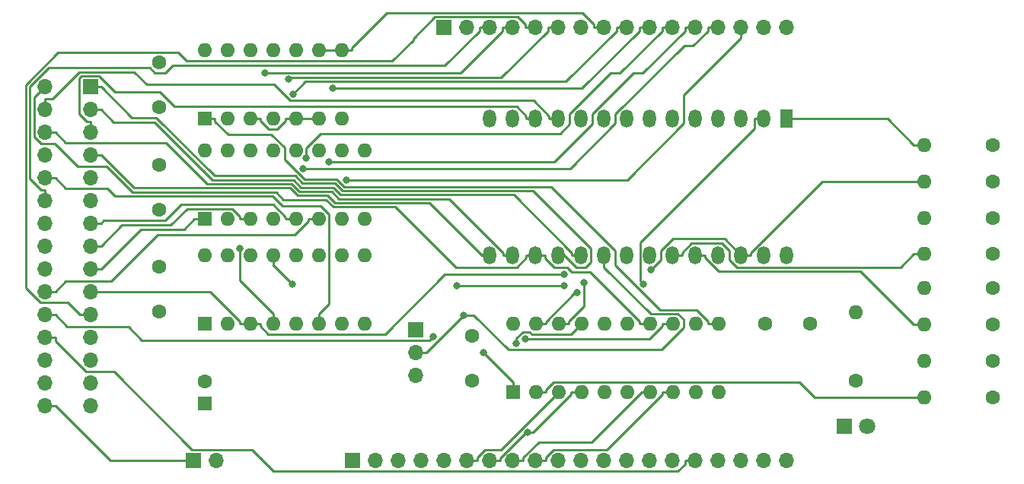
<source format=gbr>
G04 #@! TF.GenerationSoftware,KiCad,Pcbnew,7.0.10-7.0.10~ubuntu22.04.1*
G04 #@! TF.CreationDate,2024-08-31T13:48:36+10:00*
G04 #@! TF.ProjectId,Cat_ROM_Cartridge,4361745f-524f-44d5-9f43-617274726964,rev?*
G04 #@! TF.SameCoordinates,Original*
G04 #@! TF.FileFunction,Copper,L1,Top*
G04 #@! TF.FilePolarity,Positive*
%FSLAX46Y46*%
G04 Gerber Fmt 4.6, Leading zero omitted, Abs format (unit mm)*
G04 Created by KiCad (PCBNEW 7.0.10-7.0.10~ubuntu22.04.1) date 2024-08-31 13:48:36*
%MOMM*%
%LPD*%
G01*
G04 APERTURE LIST*
G04 #@! TA.AperFunction,ComponentPad*
%ADD10R,1.700000X1.700000*%
G04 #@! TD*
G04 #@! TA.AperFunction,ComponentPad*
%ADD11O,1.700000X1.700000*%
G04 #@! TD*
G04 #@! TA.AperFunction,ComponentPad*
%ADD12R,1.800000X1.800000*%
G04 #@! TD*
G04 #@! TA.AperFunction,ComponentPad*
%ADD13C,1.800000*%
G04 #@! TD*
G04 #@! TA.AperFunction,ComponentPad*
%ADD14C,1.600000*%
G04 #@! TD*
G04 #@! TA.AperFunction,ComponentPad*
%ADD15O,1.600000X1.600000*%
G04 #@! TD*
G04 #@! TA.AperFunction,ComponentPad*
%ADD16R,1.600000X1.600000*%
G04 #@! TD*
G04 #@! TA.AperFunction,ComponentPad*
%ADD17R,1.440000X2.000000*%
G04 #@! TD*
G04 #@! TA.AperFunction,ComponentPad*
%ADD18O,1.440000X2.000000*%
G04 #@! TD*
G04 #@! TA.AperFunction,ViaPad*
%ADD19C,0.800000*%
G04 #@! TD*
G04 #@! TA.AperFunction,Conductor*
%ADD20C,0.250000*%
G04 #@! TD*
G04 APERTURE END LIST*
D10*
X87630000Y-104140000D03*
D11*
X90170000Y-104140000D03*
D12*
X160020000Y-100330000D03*
D13*
X162560000Y-100330000D03*
D14*
X176530000Y-97085000D03*
D15*
X168910000Y-97085000D03*
D14*
X176530000Y-84935000D03*
D15*
X168910000Y-84935000D03*
D14*
X161290000Y-95250000D03*
D15*
X161290000Y-87630000D03*
D16*
X88900000Y-97790000D03*
D14*
X88900000Y-95290000D03*
X176530000Y-68975000D03*
D15*
X168910000Y-68975000D03*
D16*
X88900000Y-88900000D03*
D15*
X91440000Y-88900000D03*
X93980000Y-88900000D03*
X96520000Y-88900000D03*
X99060000Y-88900000D03*
X101600000Y-88900000D03*
X104140000Y-88900000D03*
X106680000Y-88900000D03*
X106680000Y-81280000D03*
X104140000Y-81280000D03*
X101600000Y-81280000D03*
X99060000Y-81280000D03*
X96520000Y-81280000D03*
X93980000Y-81280000D03*
X91440000Y-81280000D03*
X88900000Y-81280000D03*
D14*
X176530000Y-77075000D03*
D15*
X168910000Y-77075000D03*
D14*
X118628000Y-90250000D03*
X118628000Y-95250000D03*
X83820000Y-71200000D03*
X83820000Y-76200000D03*
D10*
X115560000Y-55880000D03*
D11*
X118100000Y-55880000D03*
X120640000Y-55880000D03*
X123180000Y-55880000D03*
X125720000Y-55880000D03*
X128260000Y-55880000D03*
X130800000Y-55880000D03*
X133340000Y-55880000D03*
X135880000Y-55880000D03*
X138420000Y-55880000D03*
X140960000Y-55880000D03*
X143500000Y-55880000D03*
X146040000Y-55880000D03*
X148580000Y-55880000D03*
X151120000Y-55880000D03*
X153660000Y-55880000D03*
D14*
X176530000Y-88985000D03*
D15*
X168910000Y-88985000D03*
D16*
X88900000Y-77216000D03*
D15*
X91440000Y-77216000D03*
X93980000Y-77216000D03*
X96520000Y-77216000D03*
X99060000Y-77216000D03*
X101600000Y-77216000D03*
X104140000Y-77216000D03*
X106680000Y-77216000D03*
X106680000Y-69596000D03*
X104140000Y-69596000D03*
X101600000Y-69596000D03*
X99060000Y-69596000D03*
X96520000Y-69596000D03*
X93980000Y-69596000D03*
X91440000Y-69596000D03*
X88900000Y-69596000D03*
D14*
X176530000Y-73025000D03*
D15*
X168910000Y-73025000D03*
D14*
X151210000Y-88900000D03*
X156210000Y-88900000D03*
X83820000Y-59770000D03*
X83820000Y-64770000D03*
D10*
X76200000Y-62484000D03*
D11*
X76200000Y-65024000D03*
X76200000Y-67564000D03*
X76200000Y-70104000D03*
X76200000Y-72644000D03*
X76200000Y-75184000D03*
X76200000Y-77724000D03*
X76200000Y-80264000D03*
X76200000Y-82804000D03*
X76200000Y-85344000D03*
X76200000Y-87884000D03*
X76200000Y-90424000D03*
X76200000Y-92964000D03*
X76200000Y-95504000D03*
X76200000Y-98044000D03*
X71120000Y-62484000D03*
X71120000Y-65024000D03*
X71120000Y-67564000D03*
X71120000Y-70104000D03*
X71120000Y-72644000D03*
X71120000Y-75184000D03*
X71120000Y-77724000D03*
X71120000Y-80264000D03*
X71120000Y-82804000D03*
X71120000Y-85344000D03*
X71120000Y-87884000D03*
X71120000Y-90424000D03*
X71120000Y-92964000D03*
X71120000Y-95504000D03*
X71120000Y-98044000D03*
D16*
X88900000Y-66040000D03*
D15*
X91440000Y-66040000D03*
X93980000Y-66040000D03*
X96520000Y-66040000D03*
X99060000Y-66040000D03*
X101600000Y-66040000D03*
X104140000Y-66040000D03*
X104140000Y-58420000D03*
X101600000Y-58420000D03*
X99060000Y-58420000D03*
X96520000Y-58420000D03*
X93980000Y-58420000D03*
X91440000Y-58420000D03*
X88900000Y-58420000D03*
D17*
X153660000Y-66040000D03*
D18*
X151120000Y-66040000D03*
X148580000Y-66040000D03*
X146040000Y-66040000D03*
X143500000Y-66040000D03*
X140960000Y-66040000D03*
X138420000Y-66040000D03*
X135880000Y-66040000D03*
X133340000Y-66040000D03*
X130800000Y-66040000D03*
X128260000Y-66040000D03*
X125720000Y-66040000D03*
X123180000Y-66040000D03*
X120640000Y-66040000D03*
X120640000Y-81280000D03*
X123180000Y-81280000D03*
X125720000Y-81280000D03*
X128260000Y-81280000D03*
X130800000Y-81280000D03*
X133340000Y-81280000D03*
X135880000Y-81280000D03*
X138420000Y-81280000D03*
X140960000Y-81280000D03*
X143500000Y-81280000D03*
X146040000Y-81280000D03*
X148580000Y-81280000D03*
X151120000Y-81280000D03*
X153660000Y-81280000D03*
D16*
X123190000Y-96520000D03*
D15*
X125730000Y-96520000D03*
X128270000Y-96520000D03*
X130810000Y-96520000D03*
X133350000Y-96520000D03*
X135890000Y-96520000D03*
X138430000Y-96520000D03*
X140970000Y-96520000D03*
X143510000Y-96520000D03*
X146050000Y-96520000D03*
X146050000Y-88900000D03*
X143510000Y-88900000D03*
X140970000Y-88900000D03*
X138430000Y-88900000D03*
X135890000Y-88900000D03*
X133350000Y-88900000D03*
X130810000Y-88900000D03*
X128270000Y-88900000D03*
X125730000Y-88900000D03*
X123190000Y-88900000D03*
D14*
X176530000Y-93035000D03*
D15*
X168910000Y-93035000D03*
D10*
X112395000Y-89535000D03*
D11*
X112395000Y-92075000D03*
X112395000Y-94615000D03*
D10*
X105400000Y-104140000D03*
D11*
X107940000Y-104140000D03*
X110480000Y-104140000D03*
X113020000Y-104140000D03*
X115560000Y-104140000D03*
X118100000Y-104140000D03*
X120640000Y-104140000D03*
X123180000Y-104140000D03*
X125720000Y-104140000D03*
X128260000Y-104140000D03*
X130800000Y-104140000D03*
X133340000Y-104140000D03*
X135880000Y-104140000D03*
X138420000Y-104140000D03*
X140960000Y-104140000D03*
X143500000Y-104140000D03*
X146040000Y-104140000D03*
X148580000Y-104140000D03*
X151120000Y-104140000D03*
X153660000Y-104140000D03*
D14*
X83820000Y-82550000D03*
X83820000Y-87550000D03*
X176530000Y-81125000D03*
D15*
X168910000Y-81125000D03*
D19*
X123577500Y-91041000D03*
X131102400Y-84273600D03*
X124795000Y-101024000D03*
X98279600Y-61650600D03*
X102742900Y-70872500D03*
X100220300Y-70426400D03*
X98750500Y-63282600D03*
X128924800Y-83355100D03*
X95639900Y-60906400D03*
X103151500Y-62666700D03*
X124553300Y-90569700D03*
X104712400Y-72872600D03*
X114314600Y-90295700D03*
X99854800Y-71611900D03*
X116994800Y-84627700D03*
X128908900Y-84627700D03*
X98675600Y-84461400D03*
X117735700Y-87911200D03*
X137693000Y-84456200D03*
X138583800Y-82887800D03*
X130369800Y-85425500D03*
X119892700Y-92096600D03*
X92795800Y-80481600D03*
D20*
X89992100Y-72409200D02*
X98985100Y-72409200D01*
X125388800Y-74051400D02*
X131858400Y-80521000D01*
X123577500Y-91041000D02*
X123577500Y-90500600D01*
X104224200Y-74051400D02*
X125388800Y-74051400D01*
X131236300Y-82622500D02*
X130238800Y-82622500D01*
X123577500Y-90500600D02*
X124291200Y-89786900D01*
X125023200Y-89786900D02*
X125301400Y-90065100D01*
X99812000Y-73236100D02*
X103408900Y-73236100D01*
X125301400Y-90065100D02*
X129644900Y-90065100D01*
X98985100Y-72409200D02*
X99812000Y-73236100D01*
X131858400Y-82000400D02*
X131236300Y-82622500D01*
X131858400Y-80521000D02*
X131858400Y-82000400D01*
X124291200Y-89786900D02*
X125023200Y-89786900D01*
X77376900Y-62484000D02*
X80829700Y-65936800D01*
X76200000Y-62484000D02*
X77376900Y-62484000D01*
X128896300Y-81280000D02*
X128260000Y-81280000D01*
X103408900Y-73236100D02*
X104224200Y-74051400D01*
X129644900Y-90065100D02*
X130810000Y-88900000D01*
X130238800Y-82622500D02*
X128896300Y-81280000D01*
X83519700Y-65936800D02*
X89992100Y-72409200D01*
X80829700Y-65936800D02*
X83519700Y-65936800D01*
X128270000Y-88900000D02*
X129396900Y-88900000D01*
X104037000Y-74503300D02*
X123270800Y-74503300D01*
X76200000Y-65024000D02*
X77376900Y-65024000D01*
X98797900Y-72861100D02*
X99624800Y-73688000D01*
X130800000Y-81280000D02*
X129753100Y-81280000D01*
X77376900Y-65024000D02*
X78774500Y-66421600D01*
X129396900Y-88666600D02*
X131102400Y-86961100D01*
X89804900Y-72861100D02*
X98797900Y-72861100D01*
X83365400Y-66421600D02*
X89804900Y-72861100D01*
X78774500Y-66421600D02*
X83365400Y-66421600D01*
X129753100Y-80985600D02*
X129753100Y-81280000D01*
X103221700Y-73688000D02*
X104037000Y-74503300D01*
X129396900Y-88900000D02*
X129396900Y-88666600D01*
X99624800Y-73688000D02*
X103221700Y-73688000D01*
X131102400Y-86961100D02*
X131102400Y-84273600D01*
X123270800Y-74503300D02*
X129753100Y-80985600D01*
X120640000Y-104140000D02*
X121816900Y-104140000D01*
X124795000Y-101024000D02*
X125412600Y-101024000D01*
X125720000Y-66040000D02*
X124673100Y-66040000D01*
X78949000Y-63070700D02*
X77185400Y-61307100D01*
X124673100Y-66040000D02*
X124673100Y-65745600D01*
X124631600Y-101024000D02*
X124795000Y-101024000D01*
X123629500Y-64702000D02*
X85559100Y-64702000D01*
X83927800Y-63070700D02*
X78949000Y-63070700D01*
X76200000Y-67564000D02*
X76200000Y-66387100D01*
X130810000Y-96520000D02*
X129683100Y-96520000D01*
X75001100Y-65554000D02*
X75834200Y-66387100D01*
X77185400Y-61307100D02*
X75214600Y-61307100D01*
X124673100Y-65745600D02*
X123629500Y-64702000D01*
X125412600Y-101024000D02*
X129683100Y-96753500D01*
X85559100Y-64702000D02*
X83927800Y-63070700D01*
X75001100Y-61520600D02*
X75001100Y-65554000D01*
X129683100Y-96753500D02*
X129683100Y-96520000D01*
X75834200Y-66387100D02*
X76200000Y-66387100D01*
X121816900Y-103838700D02*
X124631600Y-101024000D01*
X121816900Y-104140000D02*
X121816900Y-103838700D01*
X75214600Y-61307100D02*
X75001100Y-61520600D01*
X98423500Y-73764900D02*
X99250400Y-74591800D01*
X126896900Y-103772100D02*
X127705900Y-102963100D01*
X81044600Y-73764900D02*
X98423500Y-73764900D01*
X126896900Y-104140000D02*
X126896900Y-103772100D01*
X133633500Y-102963100D02*
X139843100Y-96753500D01*
X76200000Y-70104000D02*
X77376900Y-70104000D01*
X103414600Y-75407100D02*
X113907400Y-75407100D01*
X77383700Y-70104000D02*
X81044600Y-73764900D01*
X140970000Y-96520000D02*
X139843100Y-96520000D01*
X139843100Y-96753500D02*
X139843100Y-96520000D01*
X127705900Y-102963100D02*
X133633500Y-102963100D01*
X77376900Y-70104000D02*
X77383700Y-70104000D01*
X113907400Y-75407100D02*
X119780300Y-81280000D01*
X120640000Y-81280000D02*
X119780300Y-81280000D01*
X102599300Y-74591800D02*
X103414600Y-75407100D01*
X99250400Y-74591800D02*
X102599300Y-74591800D01*
X125720000Y-104140000D02*
X126896900Y-104140000D01*
X121899900Y-61431000D02*
X98499200Y-61431000D01*
X127083100Y-55880000D02*
X127083100Y-56247800D01*
X98499200Y-61431000D02*
X98279600Y-61650600D01*
X127083100Y-56247800D02*
X121899900Y-61431000D01*
X128260000Y-55880000D02*
X127083100Y-55880000D01*
X84535800Y-77392200D02*
X86316500Y-75611500D01*
X136603200Y-60962600D02*
X137606300Y-60962600D01*
X97933100Y-76987300D02*
X97933100Y-77216000D01*
X96557300Y-75611500D02*
X97933100Y-76987300D01*
X86316500Y-75611500D02*
X96557300Y-75611500D01*
X132070000Y-66623300D02*
X132070000Y-65495800D01*
X77376900Y-77724000D02*
X77708700Y-77392200D01*
X77708700Y-77392200D02*
X84535800Y-77392200D01*
X137606300Y-60962600D02*
X142323100Y-56245800D01*
X99060000Y-77216000D02*
X97933100Y-77216000D01*
X102742900Y-70872500D02*
X127820800Y-70872500D01*
X142323100Y-56245800D02*
X142323100Y-55880000D01*
X76200000Y-77724000D02*
X77376900Y-77724000D01*
X127820800Y-70872500D02*
X132070000Y-66623300D01*
X143500000Y-55880000D02*
X142323100Y-55880000D01*
X132070000Y-65495800D02*
X136603200Y-60962600D01*
X134063200Y-60962600D02*
X129530000Y-65495800D01*
X93980000Y-77216000D02*
X92853100Y-77216000D01*
X139783100Y-56245800D02*
X135066300Y-60962600D01*
X128439200Y-67714500D02*
X101844000Y-67714500D01*
X101844000Y-67714500D02*
X100220300Y-69338200D01*
X77376900Y-80264000D02*
X79731700Y-77909200D01*
X100220300Y-69338200D02*
X100220300Y-70426400D01*
X91946800Y-76076200D02*
X92853100Y-76982500D01*
X135066300Y-60962600D02*
X134063200Y-60962600D01*
X76200000Y-80264000D02*
X77376900Y-80264000D01*
X129530000Y-65495800D02*
X129530000Y-66623700D01*
X92853100Y-76982500D02*
X92853100Y-77216000D01*
X86967100Y-76076200D02*
X91946800Y-76076200D01*
X85134100Y-77909200D02*
X86967100Y-76076200D01*
X79731700Y-77909200D02*
X85134100Y-77909200D01*
X140960000Y-55880000D02*
X139783100Y-55880000D01*
X129530000Y-66623700D02*
X128439200Y-67714500D01*
X139783100Y-55880000D02*
X139783100Y-56245800D01*
X98750500Y-63282600D02*
X100121800Y-61911300D01*
X88900000Y-77216000D02*
X87773100Y-77216000D01*
X135880000Y-55880000D02*
X134703100Y-55880000D01*
X76200000Y-82804000D02*
X77376900Y-82804000D01*
X134703100Y-56245800D02*
X134703100Y-55880000D01*
X86627900Y-78361200D02*
X87773100Y-77216000D01*
X129037600Y-61911300D02*
X134703100Y-56245800D01*
X100121800Y-61911300D02*
X129037600Y-61911300D01*
X77376900Y-82804000D02*
X81819700Y-78361200D01*
X81819700Y-78361200D02*
X86627900Y-78361200D01*
X95106900Y-89133500D02*
X95106900Y-88900000D01*
X115637500Y-83355100D02*
X108964600Y-90028000D01*
X108964600Y-90028000D02*
X96001400Y-90028000D01*
X128924800Y-83355100D02*
X115637500Y-83355100D01*
X93980000Y-88900000D02*
X95106900Y-88900000D01*
X76200000Y-85344000D02*
X89530600Y-85344000D01*
X93980000Y-88900000D02*
X92853100Y-88900000D01*
X92853100Y-88666500D02*
X92853100Y-88900000D01*
X89530600Y-85344000D02*
X92853100Y-88666500D01*
X96001400Y-90028000D02*
X95106900Y-89133500D01*
X124543100Y-55880000D02*
X124543100Y-55512100D01*
X112098300Y-57117900D02*
X112098300Y-57269600D01*
X68995500Y-84912400D02*
X70621300Y-86538200D01*
X68995500Y-62262700D02*
X68995500Y-84912400D01*
X73677300Y-86538200D02*
X75023100Y-87884000D01*
X70621300Y-86538200D02*
X73677300Y-86538200D01*
X125720000Y-55880000D02*
X124543100Y-55880000D01*
X114513100Y-54703100D02*
X112098300Y-57117900D01*
X123734100Y-54703100D02*
X114513100Y-54703100D01*
X124543100Y-55512100D02*
X123734100Y-54703100D01*
X109797300Y-59570600D02*
X86889700Y-59570600D01*
X72628400Y-58629800D02*
X68995500Y-62262700D01*
X85948900Y-58629800D02*
X72628400Y-58629800D01*
X76200000Y-87884000D02*
X75023100Y-87884000D01*
X86889700Y-59570600D02*
X85948900Y-58629800D01*
X112098300Y-57269600D02*
X109797300Y-59570600D01*
X122003100Y-55880000D02*
X122003100Y-56247800D01*
X117344500Y-60906400D02*
X95639900Y-60906400D01*
X122003100Y-56247800D02*
X117344500Y-60906400D01*
X123180000Y-55880000D02*
X122003100Y-55880000D01*
X130824200Y-62666700D02*
X103151500Y-62666700D01*
X137243100Y-56247800D02*
X130824200Y-62666700D01*
X138420000Y-55880000D02*
X137243100Y-55880000D01*
X137243100Y-55880000D02*
X137243100Y-56247800D01*
X80857400Y-74216800D02*
X78014600Y-71374000D01*
X69931200Y-63672800D02*
X71120000Y-62484000D01*
X131801000Y-83164400D02*
X137303100Y-88666500D01*
X70721500Y-68834000D02*
X69931200Y-68043700D01*
X110118000Y-75859000D02*
X103227400Y-75859000D01*
X72295400Y-68834000D02*
X70721500Y-68834000D01*
X126766900Y-81280000D02*
X126766900Y-81574500D01*
X125720000Y-81280000D02*
X126766900Y-81280000D01*
X69931200Y-68043700D02*
X69931200Y-63672800D01*
X116869800Y-82610800D02*
X110118000Y-75859000D01*
X124673100Y-81547700D02*
X123610000Y-82610800D01*
X129230300Y-82622300D02*
X129772400Y-83164400D01*
X126766900Y-81574500D02*
X127814700Y-82622300D01*
X96866400Y-74216800D02*
X80857400Y-74216800D01*
X97693300Y-75043700D02*
X96866400Y-74216800D01*
X124673100Y-81280000D02*
X124673100Y-81547700D01*
X78014600Y-71374000D02*
X74835400Y-71374000D01*
X138430000Y-88900000D02*
X137303100Y-88900000D01*
X129772400Y-83164400D02*
X131801000Y-83164400D01*
X125720000Y-81280000D02*
X124673100Y-81280000D01*
X102412100Y-75043700D02*
X97693300Y-75043700D01*
X137303100Y-88666500D02*
X137303100Y-88900000D01*
X103227400Y-75859000D02*
X102412100Y-75043700D01*
X127814700Y-82622300D02*
X129230300Y-82622300D01*
X123610000Y-82610800D02*
X116869800Y-82610800D01*
X74835400Y-71374000D02*
X72295400Y-68834000D01*
X118100000Y-104140000D02*
X119276900Y-104140000D01*
X74985900Y-60820800D02*
X81081600Y-60820800D01*
X125477000Y-64009500D02*
X127213100Y-65745600D01*
X127213100Y-65745600D02*
X127213100Y-66040000D01*
X71120000Y-63847100D02*
X71959600Y-63847100D01*
X120085900Y-102963100D02*
X121826900Y-102963100D01*
X119276900Y-103772100D02*
X120085900Y-102963100D01*
X121826900Y-102963100D02*
X128270000Y-96520000D01*
X82468900Y-62208100D02*
X96648100Y-62208100D01*
X71120000Y-65024000D02*
X71120000Y-63847100D01*
X128260000Y-66040000D02*
X127213100Y-66040000D01*
X81081600Y-60820800D02*
X82468900Y-62208100D01*
X119276900Y-104140000D02*
X119276900Y-103772100D01*
X98449500Y-64009500D02*
X125477000Y-64009500D01*
X71959600Y-63847100D02*
X74985900Y-60820800D01*
X96648100Y-62208100D02*
X98449500Y-64009500D01*
X138406900Y-90569700D02*
X124553300Y-90569700D01*
X71120000Y-67564000D02*
X72296900Y-67564000D01*
X84630300Y-68740900D02*
X89202400Y-73313000D01*
X139843100Y-89133500D02*
X138406900Y-90569700D01*
X103034500Y-74139900D02*
X103849800Y-74955200D01*
X98610700Y-73313000D02*
X99437600Y-74139900D01*
X139843100Y-88900000D02*
X139843100Y-89133500D01*
X140970000Y-88900000D02*
X139843100Y-88900000D01*
X122133100Y-81012300D02*
X122133100Y-81280000D01*
X123180000Y-81280000D02*
X122133100Y-81280000D01*
X89202400Y-73313000D02*
X98610700Y-73313000D01*
X103849800Y-74955200D02*
X116076000Y-74955200D01*
X99437600Y-74139900D02*
X103034500Y-74139900D01*
X73473800Y-68740900D02*
X84630300Y-68740900D01*
X72296900Y-67564000D02*
X73473800Y-68740900D01*
X116076000Y-74955200D02*
X122133100Y-81012300D01*
X123180000Y-104140000D02*
X124356900Y-104140000D01*
X131942000Y-102068300D02*
X126060800Y-102068300D01*
X138430000Y-96520000D02*
X137490300Y-96520000D01*
X124356900Y-103772200D02*
X124356900Y-104140000D01*
X126060800Y-102068300D02*
X124356900Y-103772200D01*
X137490300Y-96520000D02*
X131942000Y-102068300D01*
X132163100Y-55514200D02*
X130890600Y-54241700D01*
X73473800Y-73820900D02*
X78066700Y-73820900D01*
X133340000Y-55880000D02*
X132163100Y-55880000D01*
X72296900Y-72644000D02*
X73473800Y-73820900D01*
X102735200Y-76720200D02*
X102735200Y-86637900D01*
X97562100Y-75776900D02*
X101791900Y-75776900D01*
X101791900Y-75776900D02*
X102735200Y-76720200D01*
X78914500Y-74668700D02*
X96453900Y-74668700D01*
X109165700Y-54241700D02*
X105266900Y-58140500D01*
X101600000Y-88900000D02*
X101600000Y-87773100D01*
X132163100Y-55880000D02*
X132163100Y-55514200D01*
X101600000Y-58420000D02*
X104140000Y-58420000D01*
X78066700Y-73820900D02*
X78914500Y-74668700D01*
X96453900Y-74668700D02*
X97562100Y-75776900D01*
X130890600Y-54241700D02*
X109165700Y-54241700D01*
X102735200Y-86637900D02*
X101600000Y-87773100D01*
X104140000Y-58420000D02*
X105266900Y-58420000D01*
X71120000Y-72644000D02*
X72296900Y-72644000D01*
X105266900Y-58140500D02*
X105266900Y-58420000D01*
X69479300Y-62440200D02*
X69479300Y-72732200D01*
X71553300Y-60366200D02*
X69479300Y-62440200D01*
X69479300Y-72732200D02*
X70754200Y-74007100D01*
X83374500Y-60918100D02*
X82822600Y-60366200D01*
X82822600Y-60366200D02*
X71553300Y-60366200D01*
X119463100Y-56247800D02*
X115634100Y-60076800D01*
X71120000Y-75184000D02*
X71120000Y-74007100D01*
X85353400Y-60076800D02*
X84512100Y-60918100D01*
X120640000Y-55880000D02*
X119463100Y-55880000D01*
X84512100Y-60918100D02*
X83374500Y-60918100D01*
X115634100Y-60076800D02*
X85353400Y-60076800D01*
X70754200Y-74007100D02*
X71120000Y-74007100D01*
X119463100Y-55880000D02*
X119463100Y-56247800D01*
X142230000Y-66536300D02*
X142230000Y-63406900D01*
X142230000Y-63406900D02*
X148580000Y-57056900D01*
X135893700Y-72872600D02*
X142230000Y-66536300D01*
X71120000Y-85344000D02*
X72296900Y-85344000D01*
X101600000Y-77216000D02*
X100473100Y-77216000D01*
X73473800Y-84167100D02*
X72296900Y-85344000D01*
X98958100Y-78964500D02*
X83692800Y-78964500D01*
X78490200Y-84167100D02*
X73473800Y-84167100D01*
X100473100Y-77449500D02*
X98958100Y-78964500D01*
X148580000Y-55880000D02*
X148580000Y-57056900D01*
X83692800Y-78964500D02*
X78490200Y-84167100D01*
X104712400Y-72872600D02*
X135893700Y-72872600D01*
X100473100Y-77216000D02*
X100473100Y-77449500D01*
X80451900Y-89229700D02*
X81937900Y-90715700D01*
X95106900Y-66273500D02*
X95106900Y-66040000D01*
X101600000Y-66040000D02*
X99060000Y-66040000D01*
X71120000Y-87884000D02*
X72296900Y-87884000D01*
X81937900Y-90715700D02*
X113894600Y-90715700D01*
X113894600Y-90715700D02*
X114314600Y-90295700D01*
X72296900Y-87884000D02*
X73642600Y-89229700D01*
X93980000Y-66040000D02*
X95106900Y-66040000D01*
X99060000Y-66040000D02*
X97933100Y-66040000D01*
X73642600Y-89229700D02*
X80451900Y-89229700D01*
X96010800Y-67177400D02*
X95106900Y-66273500D01*
X97013900Y-67177400D02*
X96010800Y-67177400D01*
X97933100Y-66040000D02*
X97933100Y-66258200D01*
X97933100Y-66258200D02*
X97013900Y-67177400D01*
X75739100Y-94234000D02*
X78832500Y-94234000D01*
X72296900Y-90791800D02*
X75739100Y-94234000D01*
X141492000Y-105336900D02*
X142323100Y-104505800D01*
X78832500Y-94234000D02*
X87532100Y-102933600D01*
X94165300Y-102933600D02*
X96568600Y-105336900D01*
X96568600Y-105336900D02*
X141492000Y-105336900D01*
X87532100Y-102933600D02*
X94165300Y-102933600D01*
X72296900Y-90424000D02*
X72296900Y-90791800D01*
X142323100Y-104505800D02*
X142323100Y-104140000D01*
X143500000Y-104140000D02*
X142323100Y-104140000D01*
X71120000Y-90424000D02*
X72296900Y-90424000D01*
X143228600Y-57880300D02*
X144863100Y-56245800D01*
X134610000Y-66545700D02*
X134610000Y-65515700D01*
X142245400Y-57880300D02*
X143228600Y-57880300D01*
X134610000Y-65515700D02*
X142245400Y-57880300D01*
X146040000Y-55880000D02*
X144863100Y-55880000D01*
X144863100Y-56245800D02*
X144863100Y-55880000D01*
X99854800Y-71611900D02*
X129543800Y-71611900D01*
X129543800Y-71611900D02*
X134610000Y-66545700D01*
X72296900Y-98044000D02*
X78392900Y-104140000D01*
X71120000Y-98044000D02*
X72296900Y-98044000D01*
X78392900Y-104140000D02*
X87630000Y-104140000D01*
X128908900Y-84627700D02*
X116994800Y-84627700D01*
X96621100Y-82406900D02*
X98675600Y-84461400D01*
X96520000Y-82406900D02*
X96621100Y-82406900D01*
X96520000Y-81280000D02*
X96520000Y-82406900D01*
X122715200Y-91769700D02*
X139695100Y-91769700D01*
X142149300Y-89315500D02*
X142149300Y-88408200D01*
X139695100Y-91769700D02*
X142149300Y-89315500D01*
X138506200Y-87773100D02*
X133340000Y-82606900D01*
X117735700Y-87911200D02*
X113571900Y-92075000D01*
X141514200Y-87773100D02*
X138506200Y-87773100D01*
X112395000Y-92075000D02*
X113571900Y-92075000D01*
X117735700Y-87911200D02*
X118856700Y-87911200D01*
X142149300Y-88408200D02*
X141514200Y-87773100D01*
X133340000Y-81280000D02*
X133340000Y-82606900D01*
X118856700Y-87911200D02*
X122715200Y-91769700D01*
X155067700Y-95377700D02*
X156775000Y-97085000D01*
X126856900Y-96238300D02*
X127717500Y-95377700D01*
X125730000Y-96520000D02*
X126856900Y-96520000D01*
X127717500Y-95377700D02*
X155067700Y-95377700D01*
X126856900Y-96520000D02*
X126856900Y-96238300D01*
X156775000Y-97085000D02*
X168910000Y-97085000D01*
X144546900Y-81280000D02*
X144546900Y-81547700D01*
X143500000Y-81280000D02*
X144546900Y-81280000D01*
X144546900Y-81547700D02*
X146068200Y-83069000D01*
X168910000Y-88985000D02*
X167783100Y-88985000D01*
X146068200Y-83069000D02*
X161867100Y-83069000D01*
X161867100Y-83069000D02*
X167783100Y-88985000D01*
X146457200Y-79936600D02*
X147310000Y-80789400D01*
X168910000Y-81125000D02*
X167783100Y-81125000D01*
X142006900Y-81280000D02*
X142006900Y-80985500D01*
X147310000Y-80789400D02*
X147310000Y-81810900D01*
X148110400Y-82611300D02*
X166296800Y-82611300D01*
X147310000Y-81810900D02*
X148110400Y-82611300D01*
X142006900Y-80985500D02*
X143055800Y-79936600D01*
X140960000Y-81280000D02*
X142006900Y-81280000D01*
X166296800Y-82611300D02*
X167783100Y-81125000D01*
X143055800Y-79936600D02*
X146457200Y-79936600D01*
X137353600Y-84116800D02*
X137353600Y-79806400D01*
X137353600Y-79806400D02*
X150073100Y-67086900D01*
X137693000Y-84456200D02*
X137353600Y-84116800D01*
X150073100Y-67086900D02*
X150073100Y-66040000D01*
X151120000Y-66040000D02*
X150073100Y-66040000D01*
X146720500Y-79420500D02*
X148580000Y-81280000D01*
X139690000Y-80753900D02*
X141023400Y-79420500D01*
X138583800Y-82887800D02*
X139690000Y-81781600D01*
X141023400Y-79420500D02*
X146720500Y-79420500D01*
X149626900Y-80985500D02*
X157587400Y-73025000D01*
X139690000Y-81781600D02*
X139690000Y-80753900D01*
X157587400Y-73025000D02*
X168910000Y-73025000D01*
X149626900Y-81280000D02*
X149626900Y-80985500D01*
X148580000Y-81280000D02*
X149626900Y-81280000D01*
X164848100Y-66040000D02*
X167783100Y-68975000D01*
X126856900Y-88687700D02*
X130119100Y-85425500D01*
X125730000Y-88900000D02*
X126856900Y-88900000D01*
X130119100Y-85425500D02*
X130369800Y-85425500D01*
X153660000Y-66040000D02*
X164848100Y-66040000D01*
X168910000Y-68975000D02*
X167783100Y-68975000D01*
X126856900Y-88900000D02*
X126856900Y-88687700D01*
X96337200Y-67819500D02*
X97790000Y-69272300D01*
X134594200Y-82386200D02*
X139529200Y-87321200D01*
X143626100Y-87321200D02*
X144923100Y-88618200D01*
X91524700Y-67819500D02*
X96337200Y-67819500D01*
X97790000Y-69272300D02*
X97790000Y-70575000D01*
X104411400Y-73599500D02*
X127431900Y-73599500D01*
X90026900Y-66040000D02*
X90026900Y-66321700D01*
X97790000Y-70575000D02*
X99999200Y-72784200D01*
X139529200Y-87321200D02*
X143626100Y-87321200D01*
X134594200Y-80761800D02*
X134594200Y-82386200D01*
X127431900Y-73599500D02*
X134594200Y-80761800D01*
X144923100Y-88618200D02*
X144923100Y-88900000D01*
X99999200Y-72784200D02*
X103596100Y-72784200D01*
X88900000Y-66040000D02*
X90026900Y-66040000D01*
X103596100Y-72784200D02*
X104411400Y-73599500D01*
X90026900Y-66321700D02*
X91524700Y-67819500D01*
X146050000Y-88900000D02*
X144923100Y-88900000D01*
X123190000Y-96520000D02*
X123190000Y-95393100D01*
X123190000Y-95393100D02*
X119893500Y-92096600D01*
X119893500Y-92096600D02*
X119892700Y-92096600D01*
X92795800Y-80481600D02*
X92795800Y-84048900D01*
X92795800Y-84048900D02*
X96520000Y-87773100D01*
X96520000Y-88900000D02*
X96520000Y-87773100D01*
M02*

</source>
